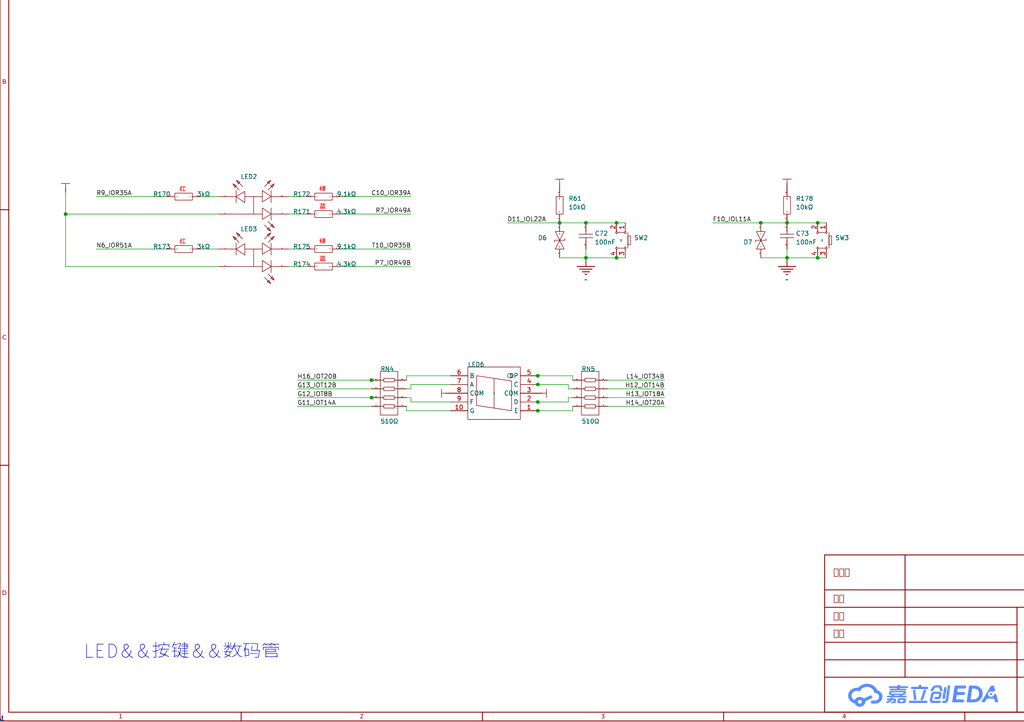
<source format=kicad_sch>
(kicad_sch (version 20250114) (generator "eeschema") (generator_version "9.0")
  (paper "User" 297.434 209.804)
  (lib_symbols
    (symbol "Library:0402ESDA-05N"
      (property "Reference" "D" (at 0 0 0))
      (symbol "0402ESDA-05N_1_0"
        (pin input line (at -5.08 0 0) (length 2.54) (name "1") (number "1"))
        (pin input line (at 5.08 0 180) (length 2.54) (name "2") (number "2"))
      )
    )
    (symbol "Library:0402WGF1002TCE"
      (property "Reference" "R" (at 0 0 0))
      (symbol "0402WGF1002TCE_1_0"
        (pin input line (at -5.08 0 0) (length 2.54) (name "1") (number "1"))
        (pin input line (at 5.08 0 180) (length 2.54) (name "2") (number "2"))
      )
    )
    (symbol "Library:0402WGF3001TCE"
      (property "Reference" "R" (at 0 0 0))
      (symbol "0402WGF3001TCE_1_0"
        (pin input line (at -5.08 0 0) (length 2.54) (name "1") (number "1"))
        (pin input line (at 5.08 0 180) (length 2.54) (name "2") (number "2"))
      )
    )
    (symbol "Library:0402WGF4301TCE"
      (property "Reference" "R" (at 0 0 0))
      (symbol "0402WGF4301TCE_1_0"
        (pin input line (at -5.08 0 0) (length 2.54) (name "1") (number "1"))
        (pin input line (at 5.08 0 180) (length 2.54) (name "2") (number "2"))
      )
    )
    (symbol "Library:0402WGF9101TCE"
      (property "Reference" "R" (at 0 0 0))
      (symbol "0402WGF9101TCE_1_0"
        (pin input line (at -5.08 0 0) (length 2.54) (name "1") (number "1"))
        (pin input line (at 5.08 0 180) (length 2.54) (name "2") (number "2"))
      )
    )
    (symbol "Library:4D02WGJ0511TCE"
      (property "Reference" "RN" (at 0 0 0))
      (symbol "4D02WGJ0511TCE_1_0"
        (pin input line (at -5.08 2.54 0) (length 2.54) (name "1") (number "1"))
        (pin input line (at -5.08 0 0) (length 2.54) (name "2") (number "2"))
        (pin input line (at -5.08 -2.54 0) (length 2.54) (name "3") (number "3"))
        (pin input line (at -5.08 -5.08 0) (length 2.54) (name "4") (number "4"))
        (pin input line (at 5.08 2.54 180) (length 2.54) (name "8") (number "8"))
        (pin input line (at 5.08 0 180) (length 2.54) (name "7") (number "7"))
        (pin input line (at 5.08 -2.54 180) (length 2.54) (name "6") (number "6"))
        (pin input line (at 5.08 -5.08 180) (length 2.54) (name "5") (number "5"))
      )
    )
    (symbol "Library:5-Voltage" (power) (pin_numbers (hide yes)) (pin_names (hide yes))
      (symbol "5-Voltage_1_0"
        (pin power_in line (at 0 0 90) (length 1.27) (name "+3.3V") (number "1"))
      )
    )
    (symbol "Library:CL05B104KO5NNNC"
      (property "Reference" "C" (at 0 0 0))
      (symbol "CL05B104KO5NNNC_1_0"
        (pin input line (at -3.81 0 0) (length 2.54) (name "1") (number "1"))
        (pin input line (at 3.81 0 180) (length 2.54) (name "2") (number "2"))
      )
    )
    (symbol "Library:E6C0606RGBC3UDA"
      (property "Reference" "LED" (at 0 0 0))
      (symbol "E6C0606RGBC3UDA_1_0"
        (pin input line (at -10.16 2.54 0) (length 3.81) (name "-") (number "1"))
        (pin input line (at -10.16 -2.54 0) (length 3.81) (name "-") (number "3"))
        (pin input line (at 10.16 2.54 180) (length 3.81) (name "+") (number "2"))
        (pin input line (at 10.16 -2.54 180) (length 3.81) (name "-") (number "4"))
      )
    )
    (symbol "Library:Ground-GND" (power) (pin_numbers (hide yes)) (pin_names (hide yes))
      (symbol "Ground-GND_1_0"
        (pin power_in line (at 0 0 270) (length 2.54) (name "") (number "1"))
      )
    )
    (symbol "Library:PTS815SJK250SMTRLFS"
      (symbol "PTS815SJK250SMTRLFS_1_0"
        (pin input line (at -5.08 1.27 0) (length 2.54) (name "1") (number "1"))
        (pin input line (at -5.08 -1.27 0) (length 2.54) (name "2") (number "2"))
        (pin input line (at 5.08 1.27 180) (length 2.54) (name "3") (number "3"))
        (pin input line (at 5.08 -1.27 180) (length 2.54) (name "4") (number "4"))
      )
    )
    (symbol "Library:Power-VCC" (power) (pin_numbers (hide yes)) (pin_names (hide yes))
      (symbol "Power-VCC_1_0"
        (pin power_in line (at 0 0 90) (length 1.27) (name "+5V_IN") (number "1"))
      )
    )
    (symbol "Library:SLS0281FR1A1GD"
      (property "Reference" "LED" (at 0 0 0))
      (symbol "SLS0281FR1A1GD_1_0"
        (pin input line (at -5.08 12.7 270) (length 5.08) (name "G") (number "10"))
        (pin input line (at -5.08 -12.7 90) (length 5.08) (name "E") (number "1"))
        (pin input line (at -2.54 12.7 270) (length 5.08) (name "F") (number "9"))
        (pin input line (at -2.54 -12.7 90) (length 5.08) (name "D") (number "2"))
        (pin input line (at 0 12.7 270) (length 5.08) (name "COM") (number "8"))
        (pin input line (at 0 -12.7 90) (length 5.08) (name "COM") (number "3"))
        (pin input line (at 2.54 12.7 270) (length 5.08) (name "A") (number "7"))
        (pin input line (at 2.54 -12.7 90) (length 5.08) (name "C") (number "4"))
        (pin input line (at 5.08 12.7 270) (length 5.08) (name "B") (number "6"))
        (pin input line (at 5.08 -12.7 90) (length 5.08) (name "DP") (number "5"))
      )
    )
    (symbol "Library:sheet-symbol_a4"
      (symbol "sheet-symbol_a4_1_0"
        (text "A" (at 1.27 260.0198 0) (effects (font (size 1.27 1.27))))
        (text "B" (at 1.27 185.7248 0) (effects (font (size 1.27 1.27))))
        (text "C" (at 1.27 111.4298 0) (effects (font (size 1.27 1.27))))
        (text "D" (at 1.27 37.1348 0) (effects (font (size 1.27 1.27))))
        (text "1" (at 35.0266 295.91 0) (effects (font (size 1.27 1.27))))
        (text "1" (at 35.0266 1.27 0) (effects (font (size 1.27 1.27))))
        (text "2" (at 105.0798 295.91 0) (effects (font (size 1.27 1.27))))
        (text "2" (at 105.0798 1.27 0) (effects (font (size 1.27 1.27))))
        (text "3" (at 175.133 295.91 0) (effects (font (size 1.27 1.27))))
        (text "3" (at 175.133 1.27 0) (effects (font (size 1.27 1.27))))
        (text "原理图" (at 242.062 43.18 0) (effects (font (size 1.905 1.905)) (justify left)))
        (text "图页" (at 242.062 35.56 0) (effects (font (size 1.905 1.905)) (justify left)))
        (text "绘制" (at 242.062 30.48 0) (effects (font (size 1.905 1.905)) (justify left)))
        (text "审阅" (at 242.062 25.4 0) (effects (font (size 1.905 1.905)) (justify left)))
        (text "4" (at 245.2116 295.91 0) (effects (font (size 1.27 1.27))))
        (text "4" (at 245.2116 1.27 0) (effects (font (size 1.27 1.27))))
        (text "版本" (at 305.562 15.24 0) (effects (font (size 1.905 1.905))))
        (text "5" (at 315.2648 295.91 0) (effects (font (size 1.27 1.27))))
        (text "5" (at 315.2648 1.27 0) (effects (font (size 1.27 1.27))))
        (text "尺寸" (at 325.882 15.24 0) (effects (font (size 1.905 1.905))))
        (text "更新日期" (at 353.822 45.72 0) (effects (font (size 1.905 1.905)) (justify left)))
        (text "创建日期" (at 353.822 40.64 0) (effects (font (size 1.905 1.905)) (justify left)))
        (text "物料编码" (at 353.822 35.56 0) (effects (font (size 1.905 1.905)) (justify left)))
        (text "页" (at 358.14 15.494 0) (effects (font (size 1.905 1.905)) (justify left)))
        (text "6" (at 385.318 295.91 0) (effects (font (size 1.27 1.27))))
        (text "共" (at 385.318 15.494 0) (effects (font (size 1.905 1.905)) (justify left)))
        (text "6" (at 385.318 1.27 0) (effects (font (size 1.27 1.27))))
        (text "A" (at 419.1 260.0198 0) (effects (font (size 1.27 1.27))))
        (text "B" (at 419.1 185.7248 0) (effects (font (size 1.27 1.27))))
        (text "C" (at 419.1 111.4298 0) (effects (font (size 1.27 1.27))))
        (text "D" (at 419.1 37.1348 0) (effects (font (size 1.27 1.27))))
      )
    )
  )
  (text "红" (at 52.07 71.12 0) (effects (font (size 1.27 1.27)) (justify left bottom)))
  (text "LED&&按键&&数码管" (at 24.13 191.77 0) (effects (font (size 3.81 3.81)) (justify left bottom)))
  (text "蓝" (at 92.71 76.2 0) (effects (font (size 1.27 1.27)) (justify left bottom)))
  (text "蓝" (at 92.71 60.96 0) (effects (font (size 1.27 1.27)) (justify left bottom)))
  (text "绿" (at 92.71 71.12 0) (effects (font (size 1.27 1.27)) (justify left bottom)))
  (text "绿" (at 92.71 55.88 0) (effects (font (size 1.27 1.27)) (justify left bottom)))
  (text "红" (at 52.07 55.88 0) (effects (font (size 1.27 1.27)) (justify left bottom)))
  (junction (at 228.6 74.93))
  (junction (at 156.21 116.84))
  (junction (at 237.49 74.93))
  (junction (at 220.98 64.77))
  (junction (at 162.56 64.77))
  (junction (at 170.18 64.77))
  (junction (at 107.9246 115.57))
  (junction (at 228.6 64.77))
  (junction (at 156.21 109.22))
  (junction (at 19.05 62.23))
  (junction (at 237.49 64.77))
  (junction (at 156.21 111.76))
  (junction (at 170.18 74.93))
  (junction (at 156.21 119.38))
  (junction (at 107.9246 110.49))
  (junction (at 179.07 64.77))
  (junction (at 179.07 74.93))
  (wire (pts (xy 228.6 74.93) (xy 220.98 74.93)))
  (wire (pts (xy 27.94 57.15) (xy 48.26 57.15)))
  (wire (pts (xy 156.21 116.84) (xy 165.0746 116.84)))
  (wire (pts (xy 237.49 74.93) (xy 228.6 74.93)))
  (wire (pts (xy 179.07 64.77) (xy 181.61 64.77)))
  (wire (pts (xy 156.21 111.76) (xy 156.1846 111.76)))
  (wire (pts (xy 119.38 57.15) (xy 99.06 57.15)))
  (wire (pts (xy 193.04 110.49) (xy 176.5046 110.49)))
  (wire (pts (xy 119.3546 116.84) (xy 130.81 116.84)))
  (wire (pts (xy 165.0746 116.84) (xy 165.0746 115.57)))
  (wire (pts (xy 166.3446 119.38) (xy 156.21 119.38)))
  (wire (pts (xy 19.05 62.23) (xy 19.05 77.47)))
  (wire (pts (xy 19.05 62.23) (xy 19.05 55.88)))
  (wire (pts (xy 165.0746 111.76) (xy 156.21 111.76)))
  (wire (pts (xy 119.38 62.23) (xy 99.06 62.23)))
  (wire (pts (xy 107.9246 113.03) (xy 86.3346 113.03)))
  (wire (pts (xy 19.05 77.47) (xy 63.5 77.47)))
  (wire (pts (xy 162.56 64.77) (xy 170.18 64.77)))
  (wire (pts (xy 58.42 72.39) (xy 63.5 72.39)))
  (wire (pts (xy 119.3546 113.03) (xy 119.3546 111.76)))
  (wire (pts (xy 240.03 74.93) (xy 237.49 74.93)))
  (wire (pts (xy 162.56 74.93) (xy 170.18 74.93)))
  (wire (pts (xy 119.3546 116.84) (xy 119.3546 115.57)))
  (wire (pts (xy 88.9 77.47) (xy 83.82 77.47)))
  (wire (pts (xy 119.3546 111.76) (xy 130.81 111.76)))
  (wire (pts (xy 58.42 57.15) (xy 63.5 57.15)))
  (wire (pts (xy 170.18 74.93) (xy 179.07 74.93)))
  (wire (pts (xy 193.04 113.03) (xy 176.5046 113.03)))
  (wire (pts (xy 156.1846 116.84) (xy 156.21 116.84)))
  (wire (pts (xy 240.03 64.77) (xy 237.49 64.77)))
  (wire (pts (xy 166.3446 118.11) (xy 166.3446 119.38)))
  (wire (pts (xy 176.5046 118.11) (xy 193.04 118.11)))
  (wire (pts (xy 88.9 62.23) (xy 83.82 62.23)))
  (wire (pts (xy 170.18 64.77) (xy 179.07 64.77)))
  (wire (pts (xy 118.0846 110.49) (xy 118.0846 109.22)))
  (wire (pts (xy 228.6 64.77) (xy 220.98 64.77)))
  (wire (pts (xy 119.38 77.47) (xy 99.06 77.47)))
  (wire (pts (xy 147.32 64.77) (xy 162.56 64.77)))
  (wire (pts (xy 118.0846 113.03) (xy 119.3546 113.03)))
  (wire (pts (xy 170.18 72.39) (xy 170.18 74.93)))
  (wire (pts (xy 156.21 109.22) (xy 166.3446 109.22)))
  (wire (pts (xy 166.3446 113.03) (xy 165.0746 113.03)))
  (wire (pts (xy 166.3446 109.22) (xy 166.3446 110.49)))
  (wire (pts (xy 118.0846 109.22) (xy 130.81 109.22)))
  (wire (pts (xy 118.0846 118.11) (xy 118.0846 119.38)))
  (wire (pts (xy 156.1846 109.22) (xy 156.21 109.22)))
  (wire (pts (xy 118.0846 119.38) (xy 130.81 119.38)))
  (wire (pts (xy 207.01 64.77) (xy 220.98 64.77)))
  (wire (pts (xy 107.9246 110.49) (xy 107.95 110.49)))
  (wire (pts (xy 156.21 119.38) (xy 156.1846 119.38)))
  (wire (pts (xy 27.94 72.39) (xy 48.26 72.39)))
  (wire (pts (xy 86.36 110.49) (xy 107.9246 110.49)))
  (wire (pts (xy 63.5 62.23) (xy 19.05 62.23)))
  (wire (pts (xy 237.49 64.77) (xy 228.6 64.77)))
  (wire (pts (xy 176.5046 115.57) (xy 193.04 115.57)))
  (wire (pts (xy 107.9246 115.57) (xy 107.95 115.57)))
  (wire (pts (xy 88.9 72.39) (xy 83.82 72.39)))
  (wire (pts (xy 119.3546 115.57) (xy 118.0846 115.57)))
  (wire (pts (xy 119.38 72.39) (xy 99.06 72.39)))
  (wire (pts (xy 179.07 74.93) (xy 181.61 74.93)))
  (wire (pts (xy 228.6 74.93) (xy 228.6 72.39)))
  (wire (pts (xy 88.9 57.15) (xy 83.82 57.15)))
  (wire (pts (xy 86.36 115.57) (xy 107.9246 115.57)))
  (wire (pts (xy 165.0746 113.03) (xy 165.0746 111.76)))
  (wire (pts (xy 165.0746 115.57) (xy 166.3446 115.57)))
  (wire (pts (xy 107.9246 118.11) (xy 86.3346 118.11)))
  (label "N6_IOR51A" (at 27.94 72.39 0))
  (label "G11_IOT14A" (at 86.3346 118.11 0))
  (label "C10_IOR39A" (at 119.38 57.15 180))
  (label "P7_IOR49B" (at 119.38 77.47 180))
  (label "F10_IOL11A" (at 207.01 64.77 0))
  (label "H13_IOT18A" (at 193.04 115.57 180))
  (label "R9_IOR35A" (at 27.94 57.15 0))
  (label "L14_IOT34B" (at 193.04 110.49 180))
  (label "G12_IOT8B" (at 86.36 115.57 0))
  (label "D11_IOL22A" (at 147.32 64.77 0))
  (label "H16_IOT20B" (at 86.36 110.49 0))
  (label "R7_IOR49A" (at 119.38 62.23 180))
  (label "G13_IOT12B" (at 86.3346 113.03 0))
  (label "T10_IOR35B" (at 119.38 72.39 180))
  (label "H14_IOT20A" (at 193.04 118.11 180))
  (label "H12_IOT14B" (at 193.04 113.03 180))
  (symbol (lib_id "Library:PTS815SJK250SMTRLFS") (at 238.76 69.85 270) (unit 1)
    (property "Reference" "SW3" (at 242.57 69.85 90) (effects (justify left bottom)))
    (property "Value" "~" (at 238.76 69.85 0))
    (property "Footprint" "ProPrj_立创·-easyedapro:SW-SMD_4P-L4.2-W3.3-P2.15-LS5.1" (effects (hide yes)))
    (property "Datasheet" "https://atta.szlcsc.com/upload/public/pdf/source/20190916/C411883_4F77F16E1D8E48DC707D8949CEE7CF80.pdf" (effects (hide yes)))
    (property "Description" "电路结构:单刀单掷-常开;按钮形状:椭圆形按钮;作用力:250gf;安装方式:立贴;触点电流:50mA;额定电压(DC):12V;" (effects (hide yes)))
    (property "Manufacturer Part" "PTS815SJK250SMTRLFS" (effects (hide yes)))
    (property "Manufacturer" "C&K" (effects (hide yes)))
    (property "Supplier Part" "C918859" (effects (hide yes)))
    (property "Supplier" "LCSC" (effects (hide yes)))
    (property "LCSC Part Name" "轻触开关" (effects (hide yes)))
    (property "Actuator Style" "椭圆形按钮" (effects (hide yes)))
    (property "Circuit" "单刀单掷-常开" (effects (hide yes)))
    (property "Contact Current" "50mA" (effects (hide yes)))
    (property "IP Rating" "IP40" (effects (hide yes)))
    (property "JLCPCB Part Class" "Extended Part" (effects (hide yes)))
    (property "Mounting Style" "立贴" (effects (hide yes)))
    (property "Operating Force" "250gf" (effects (hide yes)))
    (property "Operating Temperature" "-20℃~+70℃" (effects (hide yes)))
    (property "Pin Style" "J型引脚" (effects (hide yes)))
    (property "Voltage Rating (DC)" "12V" (effects (hide yes)))
  )
  (symbol (lib_id "Library:0402WGF4301TCE") (at 93.98 77.47 0) (unit 1)
    (property "Reference" "R174" (at 85.09 77.47 0) (effects (justify left bottom)))
    (property "Value" "4.3kΩ" (at 97.79 77.47 0) (effects (justify left bottom)))
    (property "Footprint" "ProPrj_立创·-easyedapro:R0402" (effects (hide yes)))
    (property "Datasheet" "https://atta.szlcsc.com/upload/public/pdf/source/20200306/C422600_1E6D84923E4A46A82E41ADD87F860B5C.pdf" (effects (hide yes)))
    (property "Description" "电阻类型:厚膜电阻;阻值:4.3kΩ;精度:±1%;功率:62.5mW;最大工作电压:50V;温度系数:±100ppm/°C;" (effects (hide yes)))
    (property "Manufacturer Part" "0402WGF4301TCE" (effects (hide yes)))
    (property "Manufacturer" "UNI-ROYAL(厚声)" (effects (hide yes)))
    (property "Supplier Part" "C25899" (effects (hide yes)))
    (property "Supplier" "LCSC" (effects (hide yes)))
    (property "LCSC Part Name" "4.3kΩ ±1% 62.5mW 厚膜电阻" (effects (hide yes)))
  )
  (symbol (lib_id "Library:0402WGF9101TCE") (at 93.98 72.39 0) (unit 1)
    (property "Reference" "R175" (at 85.09 72.39 0) (effects (justify left bottom)))
    (property "Value" "9.1kΩ" (at 97.79 72.39 0) (effects (justify left bottom)))
    (property "Footprint" "ProPrj_立创·-easyedapro:R0402" (effects (hide yes)))
    (property "Datasheet" "https://atta.szlcsc.com/upload/public/pdf/source/20200306/C422600_1E6D84923E4A46A82E41ADD87F860B5C.pdf" (effects (hide yes)))
    (property "Description" "电阻类型:厚膜电阻;阻值:9.1kΩ;精度:±1%;功率:62.5mW;" (effects (hide yes)))
    (property "Manufacturer Part" "0402WGF9101TCE" (effects (hide yes)))
    (property "Manufacturer" "UNI-ROYAL(厚声)" (effects (hide yes)))
    (property "Supplier Part" "C25926" (effects (hide yes)))
    (property "Supplier" "LCSC" (effects (hide yes)))
    (property "LCSC Part Name" "9.1kΩ ±1% 62.5mW" (effects (hide yes)))
  )
  (symbol (lib_id "Library:4D02WGJ0511TCE") (at 171.4246 113.03 0) (unit 1)
    (property "Reference" "RN5" (at 168.8846 107.95 0) (effects (justify left bottom)))
    (property "Value" "510Ω" (at 168.8846 123.19 0) (effects (justify left bottom)))
    (property "Footprint" "ProPrj_立创·-easyedapro:RES-ARRAY-SMD_0402-8P-L2.0-W1.0-BL" (effects (hide yes)))
    (property "Datasheet" "https://atta.szlcsc.com/upload/public/pdf/source/20190904/C425248_6D01193C5E209F8AF6334EE5A18B2189.pdf" (effects (hide yes)))
    (property "Description" "阻值:510Ω;精度:±5%;单个元件功率:62.5mW;电阻器数:4;" (effects (hide yes)))
    (property "Manufacturer Part" "4D02WGJ0511TCE" (effects (hide yes)))
    (property "Manufacturer" "UNI-ROYAL(厚声)" (effects (hide yes)))
    (property "Supplier Part" "C425248" (effects (hide yes)))
    (property "Supplier" "LCSC" (effects (hide yes)))
    (property "LCSC Part Name" "510Ω ±5% 0402x4" (effects (hide yes)))
  )
  (symbol (lib_id "Library:0402ESDA-05N") (at 220.98 69.85 90) (unit 1)
    (property "Reference" "D7" (at 215.9 71.12 90) (effects (justify right top)))
    (property "Value" "~" (at 220.98 69.85 0))
    (property "Footprint" "ProPrj_立创·-easyedapro:D0402-BI" (effects (hide yes)))
    (property "Datasheet" "https://atta.szlcsc.com/upload/public/pdf/source/20181026/C316049_37ABAC87650F175221BFB473159300DE.pdf" (effects (hide yes)))
    (property "Description" "极性:双向;反向截止电压(Vrwm):5V;钳位电压(Vc)@Ipp:50V;" (effects (hide yes)))
    (property "Manufacturer Part" "0402ESDA-05N" (effects (hide yes)))
    (property "Manufacturer" "BORN(伯恩半导体)" (effects (hide yes)))
    (property "Supplier Part" "C316049" (effects (hide yes)))
    (property "Supplier" "LCSC" (effects (hide yes)))
    (property "LCSC Part Name" "双向ESD" (effects (hide yes)))
  )
  (symbol (lib_id "Library:SLS0281FR1A1GD") (at 143.51 114.3 90) (unit 1)
    (property "Reference" "LED6" (at 135.8646 106.68 90) (effects (justify right top)))
    (property "Value" "~" (at 143.51 114.3 0))
    (property "Footprint" "ProPrj_立创·-easyedapro:LED-SEG-SMD_SLS0281FR1A1GD" (effects (hide yes)))
    (property "Datasheet" "https://atta.szlcsc.com/upload/public/pdf/source/20180809/C225994_07659105DBFE86D4692F62FAD9EC8625.pdf" (effects (hide yes)))
    (property "Description" "数码管位数:1;数字/字母大小(英寸):0.28;LED极性:共阳;发光颜色:红色;" (effects (hide yes)))
    (property "Manufacturer Part" "SLS0281FR1A1GD" (effects (hide yes)))
    (property "Manufacturer" "SUNLIGHT(光华)" (effects (hide yes)))
    (property "Supplier Part" "C225994" (effects (hide yes)))
    (property "Supplier" "LCSC" (effects (hide yes)))
    (property "LCSC Part Name" "0.28英寸,一位,红光,贴片LED数码管" (effects (hide yes)))
  )
  (symbol (lib_id "Library:0402WGF3001TCE") (at 53.34 72.39 0) (unit 1)
    (property "Reference" "R173" (at 44.45 72.39 0) (effects (justify left bottom)))
    (property "Value" "3kΩ" (at 57.15 72.39 0) (effects (justify left bottom)))
    (property "Footprint" "ProPrj_立创·-easyedapro:R0402" (effects (hide yes)))
    (property "Datasheet" "https://atta.szlcsc.com/upload/public/pdf/source/20200306/C422600_1E6D84923E4A46A82E41ADD87F860B5C.pdf" (effects (hide yes)))
    (property "Description" "电阻类型:厚膜电阻;阻值:3kΩ;精度:±1%;功率:62.5mW;" (effects (hide yes)))
    (property "Manufacturer Part" "0402WGF3001TCE" (effects (hide yes)))
    (property "Manufacturer" "UNI-ROYAL(厚声)" (effects (hide yes)))
    (property "Supplier Part" "C25784" (effects (hide yes)))
    (property "Supplier" "LCSC" (effects (hide yes)))
    (property "LCSC Part Name" "3kΩ ±1% 62.5mW" (effects (hide yes)))
  )
  (symbol (lib_id "Library:Power-VCC") (at 162.56 54.61 0) (unit 1)
    (property "Reference" "#PWR?" (effects (hide yes)))
    (property "Value" "+3.3V" (effects (hide yes)))
    (property "Footprint" "ProPrj_立创·-easyedapro:" (effects (hide yes)))
  )
  (symbol (lib_id "Library:0402WGF4301TCE") (at 93.98 62.23 0) (unit 1)
    (property "Reference" "R171" (at 85.09 62.23 0) (effects (justify left bottom)))
    (property "Value" "4.3kΩ" (at 97.79 62.23 0) (effects (justify left bottom)))
    (property "Footprint" "ProPrj_立创·-easyedapro:R0402" (effects (hide yes)))
    (property "Datasheet" "https://atta.szlcsc.com/upload/public/pdf/source/20200306/C422600_1E6D84923E4A46A82E41ADD87F860B5C.pdf" (effects (hide yes)))
    (property "Description" "电阻类型:厚膜电阻;阻值:4.3kΩ;精度:±1%;功率:62.5mW;最大工作电压:50V;温度系数:±100ppm/°C;" (effects (hide yes)))
    (property "Manufacturer Part" "0402WGF4301TCE" (effects (hide yes)))
    (property "Manufacturer" "UNI-ROYAL(厚声)" (effects (hide yes)))
    (property "Supplier Part" "C25899" (effects (hide yes)))
    (property "Supplier" "LCSC" (effects (hide yes)))
    (property "LCSC Part Name" "4.3kΩ ±1% 62.5mW 厚膜电阻" (effects (hide yes)))
  )
  (symbol (lib_id "Library:0402ESDA-05N") (at 162.56 69.85 90) (unit 1)
    (property "Reference" "D6" (at 156.21 69.85 90) (effects (justify right top)))
    (property "Value" "~" (at 162.56 69.85 0))
    (property "Footprint" "ProPrj_立创·-easyedapro:D0402-BI" (effects (hide yes)))
    (property "Datasheet" "https://atta.szlcsc.com/upload/public/pdf/source/20181026/C316049_37ABAC87650F175221BFB473159300DE.pdf" (effects (hide yes)))
    (property "Description" "极性:双向;反向截止电压(Vrwm):5V;钳位电压(Vc)@Ipp:50V;" (effects (hide yes)))
    (property "Manufacturer Part" "0402ESDA-05N" (effects (hide yes)))
    (property "Manufacturer" "BORN(伯恩半导体)" (effects (hide yes)))
    (property "Supplier Part" "C316049" (effects (hide yes)))
    (property "Supplier" "LCSC" (effects (hide yes)))
    (property "LCSC Part Name" "双向ESD" (effects (hide yes)))
  )
  (symbol (lib_id "Library:CL05B104KO5NNNC") (at 228.6 68.58 270) (unit 1)
    (property "Reference" "C73" (at 231.14 68.58 90) (effects (justify left bottom)))
    (property "Value" "100nF" (at 231.14 71.12 90) (effects (justify left bottom)))
    (property "Footprint" "ProPrj_立创·-easyedapro:C0402" (effects (hide yes)))
    (property "Datasheet" "https://atta.szlcsc.com/upload/public/pdf/source/20160218/1457707763339.pdf" (effects (hide yes)))
    (property "Description" "容值:100nF;精度:±10%;额定电压:16V;材质(温度系数):X7R;" (effects (hide yes)))
    (property "Manufacturer Part" "CL05B104KO5NNNC" (effects (hide yes)))
    (property "Manufacturer" "SAMSUNG(三星)" (effects (hide yes)))
    (property "Supplier Part" "C1525" (effects (hide yes)))
    (property "Supplier" "LCSC" (effects (hide yes)))
    (property "LCSC Part Name" "100nF ±10% 16V" (effects (hide yes)))
  )
  (symbol (lib_id "Library:0402WGF1002TCE") (at 228.6 59.69 90) (unit 1)
    (property "Reference" "R178" (at 231.14 58.42 90) (effects (justify right top)))
    (property "Value" "10kΩ" (at 231.14 60.96 90) (effects (justify right top)))
    (property "Footprint" "ProPrj_立创·-easyedapro:R0402" (effects (hide yes)))
    (property "Datasheet" "https://atta.szlcsc.com/upload/public/pdf/source/20200306/C422600_1E6D84923E4A46A82E41ADD87F860B5C.pdf" (effects (hide yes)))
    (property "Description" "电阻类型:厚膜电阻;阻值:10kΩ;精度:±1%;功率:62.5mW;温度系数:±100ppm/°C;" (effects (hide yes)))
    (property "Manufacturer Part" "0402WGF1002TCE" (effects (hide yes)))
    (property "Manufacturer" "UNI-ROYAL(厚声)" (effects (hide yes)))
    (property "Supplier Part" "C25744" (effects (hide yes)))
    (property "Supplier" "LCSC" (effects (hide yes)))
    (property "LCSC Part Name" "厚膜电阻 10kΩ ±1% 62.5mW" (effects (hide yes)))
  )
  (symbol (lib_id "Library:Ground-GND") (at 170.18 74.93 0) (unit 1)
    (property "Reference" "#PWR?" (effects (hide yes)))
    (property "Value" "~" (at 170.18 81.28 0))
    (property "Footprint" "ProPrj_立创·-easyedapro:" (effects (hide yes)))
  )
  (symbol (lib_id "Library:PTS815SJK250SMTRLFS") (at 180.34 69.85 270) (unit 1)
    (property "Reference" "SW2" (at 184.15 69.85 90) (effects (justify left bottom)))
    (property "Value" "~" (at 180.34 69.85 0))
    (property "Footprint" "ProPrj_立创·-easyedapro:SW-SMD_4P-L4.2-W3.3-P2.15-LS5.1" (effects (hide yes)))
    (property "Datasheet" "https://atta.szlcsc.com/upload/public/pdf/source/20190916/C411883_4F77F16E1D8E48DC707D8949CEE7CF80.pdf" (effects (hide yes)))
    (property "Description" "电路结构:单刀单掷-常开;按钮形状:椭圆形按钮;作用力:250gf;安装方式:立贴;触点电流:50mA;额定电压(DC):12V;" (effects (hide yes)))
    (property "Manufacturer Part" "PTS815SJK250SMTRLFS" (effects (hide yes)))
    (property "Manufacturer" "C&K" (effects (hide yes)))
    (property "Supplier Part" "C918859" (effects (hide yes)))
    (property "Supplier" "LCSC" (effects (hide yes)))
    (property "LCSC Part Name" "轻触开关" (effects (hide yes)))
    (property "Actuator Style" "椭圆形按钮" (effects (hide yes)))
    (property "Circuit" "单刀单掷-常开" (effects (hide yes)))
    (property "Contact Current" "50mA" (effects (hide yes)))
    (property "IP Rating" "IP40" (effects (hide yes)))
    (property "JLCPCB Part Class" "Extended Part" (effects (hide yes)))
    (property "Mounting Style" "立贴" (effects (hide yes)))
    (property "Operating Force" "250gf" (effects (hide yes)))
    (property "Operating Temperature" "-20℃~+70℃" (effects (hide yes)))
    (property "Pin Style" "J型引脚" (effects (hide yes)))
    (property "Voltage Rating (DC)" "12V" (effects (hide yes)))
  )
  (symbol (lib_id "Library:sheet-symbol_a4") (at 0 209.55 0) (unit 1)
    (property "Reference" "?" (at 0 209.55 0))
    (property "Value" "~" (at 0 209.55 0))
    (property "Footprint" "ProPrj_立创·-easyedapro:" (effects (hide yes)))
    (property "@Board Name" "立创·逻辑派FPGA-G1开发板" (effects (hide yes)))
    (property "@Create Date" "2025-01-08" (effects (hide yes)))
    (property "@Create Time" "15:14:26" (effects (hide yes)))
    (property "@Page Count" "10" (effects (hide yes)))
    (property "@Page Name" "FPGA_Peripheral" (effects (hide yes)))
    (property "@Page No" "6" (effects (hide yes)))
    (property "@Project Name" "立创·逻辑派FPGA-G1开发板" (effects (hide yes)))
    (property "@Schematic Name" "原理图" (effects (hide yes)))
    (property "@Update Date" "2025-01-08" (effects (hide yes)))
    (property "@Update Time" "15:14:43" (effects (hide yes)))
    (property "Border" "1" (at 0 209.55 0) (effects (justify left bottom)))
    (property "Company" "嘉立创EDA" (effects (hide yes)))
    (property "Page Size" "A4" (effects (hide yes)))
    (property "Region Start" "1" (effects (hide yes)))
    (property "Title Block" "1" (at 0 209.55 0) (effects (justify left bottom)))
    (property "Title Block Position" "3" (effects (hide yes)))
    (property "Version" "V1.0" (effects (hide yes)))
  )
  (symbol (lib_id "Library:Power-VCC") (at 156.1846 114.3 270) (unit 1)
    (property "Reference" "#PWR?" (effects (hide yes)))
    (property "Value" "+3.3V" (effects (hide yes)))
    (property "Footprint" "ProPrj_立创·-easyedapro:" (effects (hide yes)))
  )
  (symbol (lib_id "Library:5-Voltage") (at 130.7846 114.3 90) (unit 1)
    (property "Reference" "#PWR?" (effects (hide yes)))
    (property "Value" "+3.3V" (effects (hide yes)))
    (property "Footprint" "ProPrj_立创·-easyedapro:" (effects (hide yes)))
    (property "Description" "Power-5V" (effects (hide yes)))
  )
  (symbol (lib_id "Library:4D02WGJ0511TCE") (at 113.0046 113.03 0) (unit 1)
    (property "Reference" "RN4" (at 110.4646 107.95 0) (effects (justify left bottom)))
    (property "Value" "510Ω" (at 110.4646 123.19 0) (effects (justify left bottom)))
    (property "Footprint" "ProPrj_立创·-easyedapro:RES-ARRAY-SMD_0402-8P-L2.0-W1.0-BL" (effects (hide yes)))
    (property "Datasheet" "https://atta.szlcsc.com/upload/public/pdf/source/20190904/C425248_6D01193C5E209F8AF6334EE5A18B2189.pdf" (effects (hide yes)))
    (property "Description" "阻值:510Ω;精度:±5%;单个元件功率:62.5mW;电阻器数:4;" (effects (hide yes)))
    (property "Manufacturer Part" "4D02WGJ0511TCE" (effects (hide yes)))
    (property "Manufacturer" "UNI-ROYAL(厚声)" (effects (hide yes)))
    (property "Supplier Part" "C425248" (effects (hide yes)))
    (property "Supplier" "LCSC" (effects (hide yes)))
    (property "LCSC Part Name" "510Ω ±5% 0402x4" (effects (hide yes)))
  )
  (symbol (lib_id "Library:CL05B104KO5NNNC") (at 170.18 68.58 270) (unit 1)
    (property "Reference" "C72" (at 172.72 68.58 90) (effects (justify left bottom)))
    (property "Value" "100nF" (at 172.72 71.12 90) (effects (justify left bottom)))
    (property "Footprint" "ProPrj_立创·-easyedapro:C0402" (effects (hide yes)))
    (property "Datasheet" "https://atta.szlcsc.com/upload/public/pdf/source/20160218/1457707763339.pdf" (effects (hide yes)))
    (property "Description" "容值:100nF;精度:±10%;额定电压:16V;材质(温度系数):X7R;" (effects (hide yes)))
    (property "Manufacturer Part" "CL05B104KO5NNNC" (effects (hide yes)))
    (property "Manufacturer" "SAMSUNG(三星)" (effects (hide yes)))
    (property "Supplier Part" "C1525" (effects (hide yes)))
    (property "Supplier" "LCSC" (effects (hide yes)))
    (property "LCSC Part Name" "100nF ±10% 16V" (effects (hide yes)))
  )
  (symbol (lib_id "Library:Power-VCC") (at 19.05 55.88 0) (unit 1)
    (property "Reference" "#PWR?" (effects (hide yes)))
    (property "Value" "+3.3V" (effects (hide yes)))
    (property "Footprint" "ProPrj_立创·-easyedapro:" (effects (hide yes)))
  )
  (symbol (lib_id "Library:E6C0606RGBC3UDA") (at 73.66 74.93 180) (unit 1)
    (property "Reference" "LED3" (at 69.85 67.31 0) (effects (justify right top)))
    (property "Value" "E6C0606RGBC3UDA" (effects (hide yes)))
    (property "Footprint" "ProPrj_立创·-easyedapro:LED-SMD_4P-L1.6-W1.6-TL-FD" (effects (hide yes)))
    (property "Datasheet" "https://atta.szlcsc.com/upload/public/pdf/source/20220330/8DE12FB9881A833E867FD7AF6894B416.pdf" (effects (hide yes)))
    (property "Description" "发光颜色:RGB三色;" (effects (hide yes)))
    (property "Manufacturer Part" "E6C0606RGBC3UDA" (effects (hide yes)))
    (property "Manufacturer" "ekinglux(亿晶源)" (effects (hide yes)))
    (property "Supplier Part" "C375569" (effects (hide yes)))
    (property "Supplier" "LCSC" (effects (hide yes)))
    (property "LCSC Part Name" "RGB三色" (effects (hide yes)))
  )
  (symbol (lib_id "Library:0402WGF3001TCE") (at 53.34 57.15 0) (unit 1)
    (property "Reference" "R170" (at 44.45 57.15 0) (effects (justify left bottom)))
    (property "Value" "3kΩ" (at 57.15 57.15 0) (effects (justify left bottom)))
    (property "Footprint" "ProPrj_立创·-easyedapro:R0402" (effects (hide yes)))
    (property "Datasheet" "https://atta.szlcsc.com/upload/public/pdf/source/20200306/C422600_1E6D84923E4A46A82E41ADD87F860B5C.pdf" (effects (hide yes)))
    (property "Description" "电阻类型:厚膜电阻;阻值:3kΩ;精度:±1%;功率:62.5mW;" (effects (hide yes)))
    (property "Manufacturer Part" "0402WGF3001TCE" (effects (hide yes)))
    (property "Manufacturer" "UNI-ROYAL(厚声)" (effects (hide yes)))
    (property "Supplier Part" "C25784" (effects (hide yes)))
    (property "Supplier" "LCSC" (effects (hide yes)))
    (property "LCSC Part Name" "3kΩ ±1% 62.5mW" (effects (hide yes)))
  )
  (symbol (lib_id "Library:E6C0606RGBC3UDA") (at 73.66 59.69 180) (unit 1)
    (property "Reference" "LED2" (at 69.85 52.07 0) (effects (justify right top)))
    (property "Value" "E6C0606RGBC3UDA" (effects (hide yes)))
    (property "Footprint" "ProPrj_立创·-easyedapro:LED-SMD_4P-L1.6-W1.6-TL-FD" (effects (hide yes)))
    (property "Datasheet" "https://atta.szlcsc.com/upload/public/pdf/source/20220330/8DE12FB9881A833E867FD7AF6894B416.pdf" (effects (hide yes)))
    (property "Description" "发光颜色:RGB三色;" (effects (hide yes)))
    (property "Manufacturer Part" "E6C0606RGBC3UDA" (effects (hide yes)))
    (property "Manufacturer" "ekinglux(亿晶源)" (effects (hide yes)))
    (property "Supplier Part" "C375569" (effects (hide yes)))
    (property "Supplier" "LCSC" (effects (hide yes)))
    (property "LCSC Part Name" "RGB三色" (effects (hide yes)))
  )
  (symbol (lib_id "Library:Power-VCC") (at 228.6 54.61 0) (unit 1)
    (property "Reference" "#PWR?" (effects (hide yes)))
    (property "Value" "+3.3V" (effects (hide yes)))
    (property "Footprint" "ProPrj_立创·-easyedapro:" (effects (hide yes)))
  )
  (symbol (lib_id "Library:0402WGF1002TCE") (at 162.56 59.69 90) (unit 1)
    (property "Reference" "R61" (at 165.1 58.42 90) (effects (justify right top)))
    (property "Value" "10kΩ" (at 165.1 60.96 90) (effects (justify right top)))
    (property "Footprint" "ProPrj_立创·-easyedapro:R0402" (effects (hide yes)))
    (property "Datasheet" "https://atta.szlcsc.com/upload/public/pdf/source/20200306/C422600_1E6D84923E4A46A82E41ADD87F860B5C.pdf" (effects (hide yes)))
    (property "Description" "电阻类型:厚膜电阻;阻值:10kΩ;精度:±1%;功率:62.5mW;温度系数:±100ppm/°C;" (effects (hide yes)))
    (property "Manufacturer Part" "0402WGF1002TCE" (effects (hide yes)))
    (property "Manufacturer" "UNI-ROYAL(厚声)" (effects (hide yes)))
    (property "Supplier Part" "C25744" (effects (hide yes)))
    (property "Supplier" "LCSC" (effects (hide yes)))
    (property "LCSC Part Name" "厚膜电阻 10kΩ ±1% 62.5mW" (effects (hide yes)))
  )
  (symbol (lib_id "Library:Ground-GND") (at 228.6 74.93 0) (unit 1)
    (property "Reference" "#PWR?" (effects (hide yes)))
    (property "Value" "~" (at 228.6 81.28 0))
    (property "Footprint" "ProPrj_立创·-easyedapro:" (effects (hide yes)))
  )
  (symbol (lib_id "Library:0402WGF9101TCE") (at 93.98 57.15 0) (unit 1)
    (property "Reference" "R172" (at 85.09 57.15 0) (effects (justify left bottom)))
    (property "Value" "9.1kΩ" (at 97.79 57.15 0) (effects (justify left bottom)))
    (property "Footprint" "ProPrj_立创·-easyedapro:R0402" (effects (hide yes)))
    (property "Datasheet" "https://atta.szlcsc.com/upload/public/pdf/source/20200306/C422600_1E6D84923E4A46A82E41ADD87F860B5C.pdf" (effects (hide yes)))
    (property "Description" "电阻类型:厚膜电阻;阻值:9.1kΩ;精度:±1%;功率:62.5mW;" (effects (hide yes)))
    (property "Manufacturer Part" "0402WGF9101TCE" (effects (hide yes)))
    (property "Manufacturer" "UNI-ROYAL(厚声)" (effects (hide yes)))
    (property "Supplier Part" "C25926" (effects (hide yes)))
    (property "Supplier" "LCSC" (effects (hide yes)))
    (property "LCSC Part Name" "9.1kΩ ±1% 62.5mW" (effects (hide yes)))
  )
)
</source>
